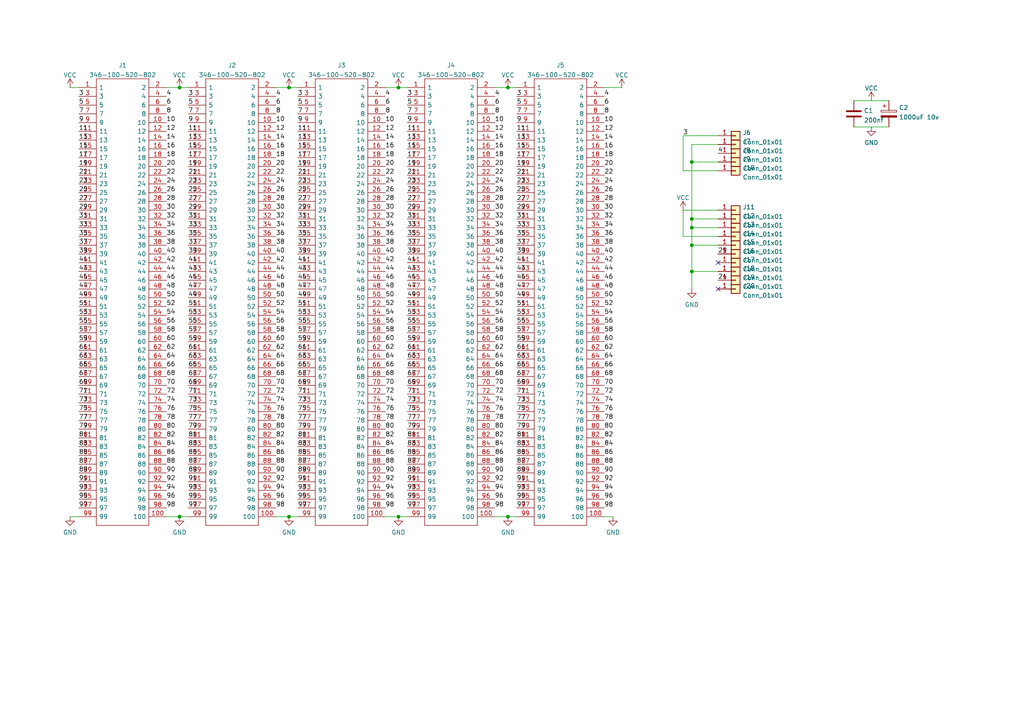
<source format=kicad_sch>
(kicad_sch (version 20211123) (generator eeschema)
  (paper "A4")
  (lib_symbols
    (symbol "Connector_Generic:Conn_01x01" (pin_names (offset 1.016) hide)
      (property "Reference" "J" (at 0 2.54 0))
      (property "Value" "Conn_01x01" (at 0 -2.54 0))
      (symbol "Conn_01x01_1_1"
        (rectangle (start -1.27 0.127) (end 0 -0.127) (stroke (width 0.1524)))
        (rectangle (start -1.27 1.27) (end 1.27 -1.27) (stroke (width 0.254)) (fill (type background)))
        (pin passive line (at -5.08 0 0) (length 3.81) (name "Pin_1") (number "1"))
      )
    )
    (symbol "Device:C" (pin_numbers hide) (pin_names (offset 0.254))
      (property "Reference" "C" (at 0.635 2.54 0))
      (property "Value" "C" (at 0.635 -2.54 0))
      (symbol "C_0_1"
        (polyline (pts (xy -2.032 -0.762) (xy 2.032 -0.762)) (stroke (width 0.508)))
        (polyline (pts (xy -2.032 0.762) (xy 2.032 0.762)) (stroke (width 0.508)))
      )
      (symbol "C_1_1"
        (pin passive line (at 0 3.81 270) (length 2.794) (name "~") (number "1"))
        (pin passive line (at 0 -3.81 90) (length 2.794) (name "~") (number "2"))
      )
    )
    (symbol "Device:C_Polarized" (pin_numbers hide) (pin_names (offset 0.254))
      (property "Reference" "C" (at 0.635 2.54 0))
      (property "Value" "C_Polarized" (at 0.635 -2.54 0))
      (symbol "C_Polarized_0_1"
        (rectangle (start -2.286 0.508) (end 2.286 1.016))
        (polyline (pts (xy -1.778 2.286) (xy -0.762 2.286)))
        (polyline (pts (xy -1.27 2.794) (xy -1.27 1.778)))
        (rectangle (start 2.286 -0.508) (end -2.286 -1.016) (fill (type outline)))
      )
      (symbol "C_Polarized_1_1"
        (pin passive line (at 0 3.81 270) (length 2.794) (name "~") (number "1"))
        (pin passive line (at 0 -3.81 90) (length 2.794) (name "~") (number "2"))
      )
    )
    (symbol "Evan's misc parts:346-100-520-802" (pin_names (offset 0.762))
      (property "Reference" "J" (at 21.59 7.62 0))
      (property "Value" "346-100-520-802" (at 21.59 5.08 0))
      (symbol "346-100-520-802_0_0"
        (pin passive line (at 0 0 0) (length 5.08) (name "1") (number "1"))
        (pin passive line (at 25.4 -10.16 180) (length 5.08) (name "10") (number "10"))
        (pin passive line (at 25.4 -124.46 180) (length 5.08) (name "100") (number "100"))
        (pin passive line (at 0 -12.7 0) (length 5.08) (name "11") (number "11"))
        (pin passive line (at 25.4 -12.7 180) (length 5.08) (name "12") (number "12"))
        (pin passive line (at 0 -15.24 0) (length 5.08) (name "13") (number "13"))
        (pin passive line (at 25.4 -15.24 180) (length 5.08) (name "14") (number "14"))
        (pin passive line (at 0 -17.78 0) (length 5.08) (name "15") (number "15"))
        (pin passive line (at 25.4 -17.78 180) (length 5.08) (name "16") (number "16"))
        (pin passive line (at 0 -20.32 0) (length 5.08) (name "17") (number "17"))
        (pin passive line (at 25.4 -20.32 180) (length 5.08) (name "18") (number "18"))
        (pin passive line (at 0 -22.86 0) (length 5.08) (name "19") (number "19"))
        (pin passive line (at 25.4 0 180) (length 5.08) (name "2") (number "2"))
        (pin passive line (at 25.4 -22.86 180) (length 5.08) (name "20") (number "20"))
        (pin passive line (at 0 -25.4 0) (length 5.08) (name "21") (number "21"))
        (pin passive line (at 25.4 -25.4 180) (length 5.08) (name "22") (number "22"))
        (pin passive line (at 0 -27.94 0) (length 5.08) (name "23") (number "23"))
        (pin passive line (at 25.4 -27.94 180) (length 5.08) (name "24") (number "24"))
        (pin passive line (at 0 -30.48 0) (length 5.08) (name "25") (number "25"))
        (pin passive line (at 25.4 -30.48 180) (length 5.08) (name "26") (number "26"))
        (pin passive line (at 0 -33.02 0) (length 5.08) (name "27") (number "27"))
        (pin passive line (at 25.4 -33.02 180) (length 5.08) (name "28") (number "28"))
        (pin passive line (at 0 -35.56 0) (length 5.08) (name "29") (number "29"))
        (pin passive line (at 0 -2.54 0) (length 5.08) (name "3") (number "3"))
        (pin passive line (at 25.4 -35.56 180) (length 5.08) (name "30") (number "30"))
        (pin passive line (at 0 -38.1 0) (length 5.08) (name "31") (number "31"))
        (pin passive line (at 25.4 -38.1 180) (length 5.08) (name "32") (number "32"))
        (pin passive line (at 0 -40.64 0) (length 5.08) (name "33") (number "33"))
        (pin passive line (at 25.4 -40.64 180) (length 5.08) (name "34") (number "34"))
        (pin passive line (at 0 -43.18 0) (length 5.08) (name "35") (number "35"))
        (pin passive line (at 25.4 -43.18 180) (length 5.08) (name "36") (number "36"))
        (pin passive line (at 0 -45.72 0) (length 5.08) (name "37") (number "37"))
        (pin passive line (at 25.4 -45.72 180) (length 5.08) (name "38") (number "38"))
        (pin passive line (at 0 -48.26 0) (length 5.08) (name "39") (number "39"))
        (pin passive line (at 25.4 -2.54 180) (length 5.08) (name "4") (number "4"))
        (pin passive line (at 25.4 -48.26 180) (length 5.08) (name "40") (number "40"))
        (pin passive line (at 0 -50.8 0) (length 5.08) (name "41") (number "41"))
        (pin passive line (at 25.4 -50.8 180) (length 5.08) (name "42") (number "42"))
        (pin passive line (at 0 -53.34 0) (length 5.08) (name "43") (number "43"))
        (pin passive line (at 25.4 -53.34 180) (length 5.08) (name "44") (number "44"))
        (pin passive line (at 0 -55.88 0) (length 5.08) (name "45") (number "45"))
        (pin passive line (at 25.4 -55.88 180) (length 5.08) (name "46") (number "46"))
        (pin passive line (at 0 -58.42 0) (length 5.08) (name "47") (number "47"))
        (pin passive line (at 25.4 -58.42 180) (length 5.08) (name "48") (number "48"))
        (pin passive line (at 0 -60.96 0) (length 5.08) (name "49") (number "49"))
        (pin passive line (at 0 -5.08 0) (length 5.08) (name "5") (number "5"))
        (pin passive line (at 25.4 -60.96 180) (length 5.08) (name "50") (number "50"))
        (pin passive line (at 0 -63.5 0) (length 5.08) (name "51") (number "51"))
        (pin passive line (at 25.4 -63.5 180) (length 5.08) (name "52") (number "52"))
        (pin passive line (at 0 -66.04 0) (length 5.08) (name "53") (number "53"))
        (pin passive line (at 25.4 -66.04 180) (length 5.08) (name "54") (number "54"))
        (pin passive line (at 0 -68.58 0) (length 5.08) (name "55") (number "55"))
        (pin passive line (at 25.4 -68.58 180) (length 5.08) (name "56") (number "56"))
        (pin passive line (at 0 -71.12 0) (length 5.08) (name "57") (number "57"))
        (pin passive line (at 25.4 -71.12 180) (length 5.08) (name "58") (number "58"))
        (pin passive line (at 0 -73.66 0) (length 5.08) (name "59") (number "59"))
        (pin passive line (at 25.4 -5.08 180) (length 5.08) (name "6") (number "6"))
        (pin passive line (at 25.4 -73.66 180) (length 5.08) (name "60") (number "60"))
        (pin passive line (at 0 -76.2 0) (length 5.08) (name "61") (number "61"))
        (pin passive line (at 25.4 -76.2 180) (length 5.08) (name "62") (number "62"))
        (pin passive line (at 0 -78.74 0) (length 5.08) (name "63") (number "63"))
        (pin passive line (at 25.4 -78.74 180) (length 5.08) (name "64") (number "64"))
        (pin passive line (at 0 -81.28 0) (length 5.08) (name "65") (number "65"))
        (pin passive line (at 25.4 -81.28 180) (length 5.08) (name "66") (number "66"))
        (pin passive line (at 0 -83.82 0) (length 5.08) (name "67") (number "67"))
        (pin passive line (at 25.4 -83.82 180) (length 5.08) (name "68") (number "68"))
        (pin passive line (at 0 -86.36 0) (length 5.08) (name "69") (number "69"))
        (pin passive line (at 0 -7.62 0) (length 5.08) (name "7") (number "7"))
        (pin passive line (at 25.4 -86.36 180) (length 5.08) (name "70") (number "70"))
        (pin passive line (at 0 -88.9 0) (length 5.08) (name "71") (number "71"))
        (pin passive line (at 25.4 -88.9 180) (length 5.08) (name "72") (number "72"))
        (pin passive line (at 0 -91.44 0) (length 5.08) (name "73") (number "73"))
        (pin passive line (at 25.4 -91.44 180) (length 5.08) (name "74") (number "74"))
        (pin passive line (at 0 -93.98 0) (length 5.08) (name "75") (number "75"))
        (pin passive line (at 25.4 -93.98 180) (length 5.08) (name "76") (number "76"))
        (pin passive line (at 0 -96.52 0) (length 5.08) (name "77") (number "77"))
        (pin passive line (at 25.4 -96.52 180) (length 5.08) (name "78") (number "78"))
        (pin passive line (at 0 -99.06 0) (length 5.08) (name "79") (number "79"))
        (pin passive line (at 25.4 -7.62 180) (length 5.08) (name "8") (number "8"))
        (pin passive line (at 25.4 -99.06 180) (length 5.08) (name "80") (number "80"))
        (pin passive line (at 0 -101.6 0) (length 5.08) (name "81") (number "81"))
        (pin passive line (at 25.4 -101.6 180) (length 5.08) (name "82") (number "82"))
        (pin passive line (at 0 -104.14 0) (length 5.08) (name "83") (number "83"))
        (pin passive line (at 25.4 -104.14 180) (length 5.08) (name "84") (number "84"))
        (pin passive line (at 0 -106.68 0) (length 5.08) (name "85") (number "85"))
        (pin passive line (at 25.4 -106.68 180) (length 5.08) (name "86") (number "86"))
        (pin passive line (at 0 -109.22 0) (length 5.08) (name "87") (number "87"))
        (pin passive line (at 25.4 -109.22 180) (length 5.08) (name "88") (number "88"))
        (pin passive line (at 0 -111.76 0) (length 5.08) (name "89") (number "89"))
        (pin passive line (at 0 -10.16 0) (length 5.08) (name "9") (number "9"))
        (pin passive line (at 25.4 -111.76 180) (length 5.08) (name "90") (number "90"))
        (pin passive line (at 0 -114.3 0) (length 5.08) (name "91") (number "91"))
        (pin passive line (at 25.4 -114.3 180) (length 5.08) (name "92") (number "92"))
        (pin passive line (at 0 -116.84 0) (length 5.08) (name "93") (number "93"))
        (pin passive line (at 25.4 -116.84 180) (length 5.08) (name "94") (number "94"))
        (pin passive line (at 0 -119.38 0) (length 5.08) (name "95") (number "95"))
        (pin passive line (at 25.4 -119.38 180) (length 5.08) (name "96") (number "96"))
        (pin passive line (at 0 -121.92 0) (length 5.08) (name "97") (number "97"))
        (pin passive line (at 25.4 -121.92 180) (length 5.08) (name "98") (number "98"))
        (pin passive line (at 0 -124.46 0) (length 5.08) (name "99") (number "99"))
      )
      (symbol "346-100-520-802_0_1"
        (polyline (pts (xy 5.08 2.54) (xy 20.32 2.54) (xy 20.32 -127) (xy 5.08 -127) (xy 5.08 2.54)) (stroke (width 0.1524)))
      )
    )
    (symbol "power:GND" (power) (pin_names (offset 0))
      (property "Value" "GND" (at 0 -3.81 0))
      (symbol "GND_0_1"
        (polyline (pts (xy 0 0) (xy 0 -1.27) (xy 1.27 -1.27) (xy 0 -2.54) (xy -1.27 -1.27) (xy 0 -1.27)))
      )
      (symbol "GND_1_1"
        (pin power_in line (at 0 0 270) (length 0) hide (name "GND") (number "1"))
      )
    )
    (symbol "power:VCC" (power) (pin_names (offset 0))
      (property "Value" "VCC" (at 0 3.81 0))
      (symbol "VCC_0_1"
        (polyline (pts (xy -0.762 1.27) (xy 0 2.54)))
        (polyline (pts (xy 0 0) (xy 0 2.54)))
        (polyline (pts (xy 0 2.54) (xy 0.762 1.27)))
      )
      (symbol "VCC_1_1"
        (pin power_in line (at 0 0 90) (length 0) hide (name "VCC") (number "1"))
      )
    )
  )
  (junction (at 147.32 149.86))
  (junction (at 200.66 78.74))
  (junction (at 200.66 46.99))
  (junction (at 200.66 63.5))
  (junction (at 200.66 71.12))
  (junction (at 200.66 66.04))
  (junction (at 52.07 25.4))
  (junction (at 115.57 25.4))
  (junction (at 52.07 149.86))
  (junction (at 83.82 149.86))
  (junction (at 83.82 25.4))
  (junction (at 115.57 149.86))
  (junction (at 147.32 25.4))
  (no_connect (at 208.28 83.82))
  (no_connect (at 208.28 76.2))
  (wire (pts (xy 247.65 36.83) (xy 257.81 36.83)))
  (wire (pts (xy 52.07 149.86) (xy 54.61 149.86)))
  (wire (pts (xy 200.66 66.04) (xy 200.66 71.12)))
  (wire (pts (xy 52.07 25.4) (xy 54.61 25.4)))
  (wire (pts (xy 200.66 78.74) (xy 208.28 78.74)))
  (wire (pts (xy 115.57 149.86) (xy 118.11 149.86)))
  (wire (pts (xy 200.66 46.99) (xy 208.28 46.99)))
  (wire (pts (xy 198.12 60.96) (xy 208.28 60.96)))
  (wire (pts (xy 175.26 149.86) (xy 177.8 149.86)))
  (wire (pts (xy 208.28 39.37) (xy 198.12 39.37)))
  (wire (pts (xy 200.66 71.12) (xy 208.28 71.12)))
  (wire (pts (xy 83.82 149.86) (xy 86.36 149.86)))
  (wire (pts (xy 20.32 149.86) (xy 22.86 149.86)))
  (wire (pts (xy 247.65 29.21) (xy 257.81 29.21)))
  (wire (pts (xy 80.01 149.86) (xy 83.82 149.86)))
  (wire (pts (xy 200.66 66.04) (xy 208.28 66.04)))
  (wire (pts (xy 111.76 25.4) (xy 115.57 25.4)))
  (wire (pts (xy 198.12 39.37) (xy 198.12 49.53)))
  (wire (pts (xy 115.57 25.4) (xy 118.11 25.4)))
  (wire (pts (xy 80.01 25.4) (xy 83.82 25.4)))
  (wire (pts (xy 147.32 149.86) (xy 149.86 149.86)))
  (wire (pts (xy 48.26 149.86) (xy 52.07 149.86)))
  (wire (pts (xy 198.12 49.53) (xy 208.28 49.53)))
  (wire (pts (xy 208.28 41.91) (xy 200.66 41.91)))
  (wire (pts (xy 20.32 25.4) (xy 22.86 25.4)))
  (wire (pts (xy 143.51 149.86) (xy 147.32 149.86)))
  (wire (pts (xy 83.82 25.4) (xy 86.36 25.4)))
  (wire (pts (xy 208.28 68.58) (xy 198.12 68.58)))
  (wire (pts (xy 111.76 149.86) (xy 115.57 149.86)))
  (wire (pts (xy 198.12 68.58) (xy 198.12 60.96)))
  (wire (pts (xy 208.28 63.5) (xy 200.66 63.5)))
  (wire (pts (xy 143.51 25.4) (xy 147.32 25.4)))
  (wire (pts (xy 200.66 46.99) (xy 200.66 63.5)))
  (wire (pts (xy 175.26 25.4) (xy 180.34 25.4)))
  (wire (pts (xy 200.66 41.91) (xy 200.66 46.99)))
  (wire (pts (xy 200.66 78.74) (xy 200.66 83.82)))
  (wire (pts (xy 200.66 63.5) (xy 200.66 66.04)))
  (wire (pts (xy 200.66 71.12) (xy 200.66 78.74)))
  (wire (pts (xy 48.26 25.4) (xy 52.07 25.4)))
  (wire (pts (xy 147.32 25.4) (xy 149.86 25.4)))
  (label "54" (at 48.26 91.44 0))
  (label "43" (at 22.86 78.74 0))
  (label "71" (at 149.86 114.3 0))
  (label "54" (at 143.51 91.44 0))
  (label "45" (at 149.86 81.28 0))
  (label "51" (at 149.86 88.9 0))
  (label "74" (at 175.26 116.84 0))
  (label "59" (at 54.61 99.06 0))
  (label "65" (at 22.86 106.68 0))
  (label "75" (at 86.36 119.38 0))
  (label "27" (at 86.36 58.42 0))
  (label "3" (at 22.86 27.94 0))
  (label "22" (at 111.76 50.8 0))
  (label "32" (at 111.76 63.5 0))
  (label "85" (at 54.61 132.08 0))
  (label "90" (at 80.01 137.16 0))
  (label "82" (at 175.26 127 0))
  (label "65" (at 86.36 106.68 0))
  (label "42" (at 143.51 76.2 0))
  (label "32" (at 80.01 63.5 0))
  (label "51" (at 54.61 88.9 0))
  (label "64" (at 143.51 104.14 0))
  (label "15" (at 149.86 43.18 0))
  (label "43" (at 149.86 78.74 0))
  (label "5" (at 118.11 30.48 0))
  (label "10" (at 111.76 35.56 0))
  (label "57" (at 86.36 96.52 0))
  (label "61" (at 22.86 101.6 0))
  (label "91" (at 54.61 139.7 0))
  (label "51" (at 86.36 88.9 0))
  (label "13" (at 54.61 40.64 0))
  (label "55" (at 22.86 93.98 0))
  (label "92" (at 80.01 139.7 0))
  (label "78" (at 143.51 121.92 0))
  (label "10" (at 175.26 35.56 0))
  (label "52" (at 48.26 88.9 0))
  (label "42" (at 111.76 76.2 0))
  (label "65" (at 54.61 106.68 0))
  (label "28" (at 80.01 58.42 0))
  (label "78" (at 48.26 121.92 0))
  (label "56" (at 111.76 93.98 0))
  (label "81" (at 54.61 127 0))
  (label "51" (at 118.11 88.9 0))
  (label "86" (at 111.76 132.08 0))
  (label "13" (at 22.86 40.64 0))
  (label "83" (at 22.86 129.54 0))
  (label "42" (at 48.26 76.2 0))
  (label "85" (at 86.36 132.08 0))
  (label "9" (at 149.86 35.56 0))
  (label "44" (at 80.01 78.74 0))
  (label "62" (at 143.51 101.6 0))
  (label "40" (at 80.01 73.66 0))
  (label "7" (at 54.61 33.02 0))
  (label "9" (at 54.61 35.56 0))
  (label "22" (at 48.26 50.8 0))
  (label "81" (at 149.86 127 0))
  (label "65" (at 118.11 106.68 0))
  (label "92" (at 48.26 139.7 0))
  (label "9" (at 118.11 35.56 0))
  (label "47" (at 149.86 83.82 0))
  (label "72" (at 143.51 114.3 0))
  (label "63" (at 149.86 104.14 0))
  (label "22" (at 175.26 50.8 0))
  (label "70" (at 175.26 111.76 0))
  (label "74" (at 143.51 116.84 0))
  (label "24" (at 111.76 53.34 0))
  (label "14" (at 48.26 40.64 0))
  (label "29" (at 86.36 60.96 0))
  (label "68" (at 48.26 109.22 0))
  (label "50" (at 143.51 86.36 0))
  (label "4" (at 208.28 44.45 0))
  (label "40" (at 175.26 73.66 0))
  (label "42" (at 80.01 76.2 0))
  (label "3" (at 54.61 27.94 0))
  (label "38" (at 175.26 71.12 0))
  (label "66" (at 175.26 106.68 0))
  (label "89" (at 86.36 137.16 0))
  (label "21" (at 22.86 50.8 0))
  (label "43" (at 86.36 78.74 0))
  (label "64" (at 175.26 104.14 0))
  (label "31" (at 86.36 63.5 0))
  (label "29" (at 208.28 73.66 0))
  (label "60" (at 143.51 99.06 0))
  (label "70" (at 111.76 111.76 0))
  (label "27" (at 22.86 58.42 0))
  (label "36" (at 175.26 68.58 0))
  (label "74" (at 48.26 116.84 0))
  (label "28" (at 175.26 58.42 0))
  (label "17" (at 86.36 45.72 0))
  (label "27" (at 54.61 58.42 0))
  (label "30" (at 48.26 60.96 0))
  (label "38" (at 48.26 71.12 0))
  (label "13" (at 86.36 40.64 0))
  (label "38" (at 143.51 71.12 0))
  (label "86" (at 143.51 132.08 0))
  (label "46" (at 48.26 81.28 0))
  (label "67" (at 22.86 109.22 0))
  (label "49" (at 118.11 86.36 0))
  (label "29" (at 22.86 60.96 0))
  (label "14" (at 143.51 40.64 0))
  (label "87" (at 118.11 134.62 0))
  (label "29" (at 118.11 60.96 0))
  (label "34" (at 175.26 66.04 0))
  (label "31" (at 22.86 63.5 0))
  (label "81" (at 118.11 127 0))
  (label "36" (at 143.51 68.58 0))
  (label "7" (at 22.86 33.02 0))
  (label "70" (at 80.01 111.76 0))
  (label "11" (at 86.36 38.1 0))
  (label "12" (at 48.26 38.1 0))
  (label "20" (at 80.01 48.26 0))
  (label "41" (at 118.11 76.2 0))
  (label "23" (at 149.86 53.34 0))
  (label "86" (at 48.26 132.08 0))
  (label "29" (at 54.61 60.96 0))
  (label "41" (at 54.61 76.2 0))
  (label "53" (at 54.61 91.44 0))
  (label "93" (at 54.61 142.24 0))
  (label "60" (at 111.76 99.06 0))
  (label "45" (at 54.61 81.28 0))
  (label "43" (at 54.61 78.74 0))
  (label "27" (at 149.86 58.42 0))
  (label "81" (at 86.36 127 0))
  (label "48" (at 175.26 83.82 0))
  (label "79" (at 54.61 124.46 0))
  (label "44" (at 111.76 78.74 0))
  (label "20" (at 143.51 48.26 0))
  (label "71" (at 86.36 114.3 0))
  (label "82" (at 48.26 127 0))
  (label "16" (at 80.01 43.18 0))
  (label "75" (at 118.11 119.38 0))
  (label "57" (at 54.61 96.52 0))
  (label "85" (at 149.86 132.08 0))
  (label "51" (at 22.86 88.9 0))
  (label "94" (at 111.76 142.24 0))
  (label "60" (at 175.26 99.06 0))
  (label "46" (at 143.51 81.28 0))
  (label "86" (at 175.26 132.08 0))
  (label "69" (at 118.11 111.76 0))
  (label "41" (at 149.86 76.2 0))
  (label "30" (at 143.51 60.96 0))
  (label "88" (at 48.26 134.62 0))
  (label "59" (at 22.86 99.06 0))
  (label "34" (at 143.51 66.04 0))
  (label "72" (at 175.26 114.3 0))
  (label "59" (at 86.36 99.06 0))
  (label "78" (at 111.76 121.92 0))
  (label "72" (at 80.01 114.3 0))
  (label "91" (at 118.11 139.7 0))
  (label "35" (at 149.86 68.58 0))
  (label "84" (at 175.26 129.54 0))
  (label "69" (at 22.86 111.76 0))
  (label "79" (at 86.36 124.46 0))
  (label "33" (at 149.86 66.04 0))
  (label "26" (at 111.76 55.88 0))
  (label "22" (at 80.01 50.8 0))
  (label "47" (at 118.11 83.82 0))
  (label "66" (at 143.51 106.68 0))
  (label "21" (at 118.11 50.8 0))
  (label "28" (at 111.76 58.42 0))
  (label "4" (at 48.26 27.94 0))
  (label "12" (at 175.26 38.1 0))
  (label "4" (at 143.51 27.94 0))
  (label "52" (at 143.51 88.9 0))
  (label "6" (at 111.76 30.48 0))
  (label "48" (at 80.01 83.82 0))
  (label "56" (at 80.01 93.98 0))
  (label "63" (at 118.11 104.14 0))
  (label "83" (at 118.11 129.54 0))
  (label "90" (at 175.26 137.16 0))
  (label "19" (at 86.36 48.26 0))
  (label "98" (at 80.01 147.32 0))
  (label "35" (at 54.61 68.58 0))
  (label "37" (at 86.36 71.12 0))
  (label "76" (at 175.26 119.38 0))
  (label "92" (at 143.51 139.7 0))
  (label "66" (at 80.01 106.68 0))
  (label "25" (at 86.36 55.88 0))
  (label "77" (at 22.86 121.92 0))
  (label "89" (at 149.86 137.16 0))
  (label "37" (at 54.61 71.12 0))
  (label "79" (at 118.11 124.46 0))
  (label "9" (at 86.36 35.56 0))
  (label "6" (at 80.01 30.48 0))
  (label "11" (at 118.11 38.1 0))
  (label "85" (at 118.11 132.08 0))
  (label "23" (at 54.61 53.34 0))
  (label "62" (at 111.76 101.6 0))
  (label "71" (at 22.86 114.3 0))
  (label "4" (at 111.76 27.94 0))
  (label "77" (at 54.61 121.92 0))
  (label "66" (at 111.76 106.68 0))
  (label "35" (at 22.86 68.58 0))
  (label "83" (at 54.61 129.54 0))
  (label "37" (at 118.11 71.12 0))
  (label "49" (at 22.86 86.36 0))
  (label "44" (at 175.26 78.74 0))
  (label "19" (at 22.86 48.26 0))
  (label "63" (at 86.36 104.14 0))
  (label "8" (at 143.51 33.02 0))
  (label "70" (at 48.26 111.76 0))
  (label "68" (at 111.76 109.22 0))
  (label "74" (at 111.76 116.84 0))
  (label "49" (at 149.86 86.36 0))
  (label "82" (at 111.76 127 0))
  (label "21" (at 149.86 50.8 0))
  (label "85" (at 22.86 132.08 0))
  (label "24" (at 48.26 53.34 0))
  (label "25" (at 54.61 55.88 0))
  (label "35" (at 86.36 68.58 0))
  (label "42" (at 175.26 76.2 0))
  (label "48" (at 48.26 83.82 0))
  (label "62" (at 175.26 101.6 0))
  (label "79" (at 22.86 124.46 0))
  (label "23" (at 22.86 53.34 0))
  (label "46" (at 175.26 81.28 0))
  (label "47" (at 86.36 83.82 0))
  (label "16" (at 48.26 43.18 0))
  (label "15" (at 118.11 43.18 0))
  (label "18" (at 175.26 45.72 0))
  (label "50" (at 111.76 86.36 0))
  (label "41" (at 22.86 76.2 0))
  (label "91" (at 86.36 139.7 0))
  (label "20" (at 175.26 48.26 0))
  (label "75" (at 22.86 119.38 0))
  (label "48" (at 111.76 83.82 0))
  (label "31" (at 54.61 63.5 0))
  (label "15" (at 86.36 43.18 0))
  (label "61" (at 54.61 101.6 0))
  (label "69" (at 54.61 111.76 0))
  (label "67" (at 118.11 109.22 0))
  (label "15" (at 22.86 43.18 0))
  (label "39" (at 54.61 73.66 0))
  (label "38" (at 111.76 71.12 0))
  (label "63" (at 54.61 104.14 0))
  (label "90" (at 48.26 137.16 0))
  (label "93" (at 22.86 142.24 0))
  (label "68" (at 80.01 109.22 0))
  (label "4" (at 80.01 27.94 0))
  (label "32" (at 175.26 63.5 0))
  (label "73" (at 22.86 116.84 0))
  (label "84" (at 80.01 129.54 0))
  (label "75" (at 149.86 119.38 0))
  (label "4" (at 175.26 27.94 0))
  (label "76" (at 48.26 119.38 0))
  (label "84" (at 111.76 129.54 0))
  (label "36" (at 80.01 68.58 0))
  (label "49" (at 86.36 86.36 0))
  (label "77" (at 86.36 121.92 0))
  (label "55" (at 118.11 93.98 0))
  (label "50" (at 175.26 86.36 0))
  (label "8" (at 80.01 33.02 0))
  (label "19" (at 118.11 48.26 0))
  (label "95" (at 86.36 144.78 0))
  (label "45" (at 22.86 81.28 0))
  (label "24" (at 208.28 81.28 0))
  (label "30" (at 111.76 60.96 0))
  (label "60" (at 48.26 99.06 0))
  (label "6" (at 143.51 30.48 0))
  (label "52" (at 111.76 88.9 0))
  (label "82" (at 143.51 127 0))
  (label "61" (at 86.36 101.6 0))
  (label "7" (at 118.11 33.02 0))
  (label "48" (at 143.51 83.82 0))
  (label "7" (at 149.86 33.02 0))
  (label "71" (at 54.61 114.3 0))
  (label "53" (at 22.86 91.44 0))
  (label "47" (at 22.86 83.82 0))
  (label "94" (at 80.01 142.24 0))
  (label "87" (at 86.36 134.62 0))
  (label "55" (at 86.36 93.98 0))
  (label "96" (at 80.01 144.78 0))
  (label "45" (at 118.11 81.28 0))
  (label "63" (at 22.86 104.14 0))
  (label "28" (at 48.26 58.42 0))
  (label "53" (at 118.11 91.44 0))
  (label "25" (at 22.86 55.88 0))
  (label "82" (at 80.01 127 0))
  (label "76" (at 111.76 119.38 0))
  (label "97" (at 86.36 147.32 0))
  (label "92" (at 111.76 139.7 0))
  (label "5" (at 149.86 30.48 0))
  (label "46" (at 80.01 81.28 0))
  (label "68" (at 143.51 109.22 0))
  (label "57" (at 118.11 96.52 0))
  (label "80" (at 80.01 124.46 0))
  (label "73" (at 149.86 116.84 0))
  (label "31" (at 118.11 63.5 0))
  (label "26" (at 80.01 55.88 0))
  (label "29" (at 149.86 60.96 0))
  (label "67" (at 54.61 109.22 0))
  (label "75" (at 54.61 119.38 0))
  (label "26" (at 48.26 55.88 0))
  (label "39" (at 118.11 73.66 0))
  (label "18" (at 111.76 45.72 0))
  (label "5" (at 22.86 30.48 0))
  (label "47" (at 54.61 83.82 0))
  (label "80" (at 111.76 124.46 0))
  (label "80" (at 175.26 124.46 0))
  (label "33" (at 86.36 66.04 0))
  (label "56" (at 175.26 93.98 0))
  (label "96" (at 143.51 144.78 0))
  (label "92" (at 175.26 139.7 0))
  (label "34" (at 80.01 66.04 0))
  (label "90" (at 111.76 137.16 0))
  (label "79" (at 149.86 124.46 0))
  (label "95" (at 149.86 144.78 0))
  (label "16" (at 111.76 43.18 0))
  (label "25" (at 149.86 55.88 0))
  (label "23" (at 118.11 53.34 0))
  (label "15" (at 54.61 43.18 0))
  (label "30" (at 80.01 60.96 0))
  (label "8" (at 48.26 33.02 0))
  (label "88" (at 80.01 134.62 0))
  (label "28" (at 143.51 58.42 0))
  (label "3" (at 86.36 27.94 0))
  (label "88" (at 111.76 134.62 0))
  (label "18" (at 48.26 45.72 0))
  (label "89" (at 118.11 137.16 0))
  (label "39" (at 22.86 73.66 0))
  (label "13" (at 149.86 40.64 0))
  (label "67" (at 149.86 109.22 0))
  (label "58" (at 143.51 96.52 0))
  (label "69" (at 86.36 111.76 0))
  (label "11" (at 54.61 38.1 0))
  (label "12" (at 143.51 38.1 0))
  (label "60" (at 80.01 99.06 0))
  (label "53" (at 86.36 91.44 0))
  (label "39" (at 149.86 73.66 0))
  (label "10" (at 143.51 35.56 0))
  (label "45" (at 86.36 81.28 0))
  (label "97" (at 149.86 147.32 0))
  (label "17" (at 54.61 45.72 0))
  (label "98" (at 111.76 147.32 0))
  (label "94" (at 48.26 142.24 0))
  (label "44" (at 143.51 78.74 0))
  (label "14" (at 175.26 40.64 0))
  (label "76" (at 143.51 119.38 0))
  (label "40" (at 48.26 73.66 0))
  (label "6" (at 48.26 30.48 0))
  (label "81" (at 22.86 127 0))
  (label "7" (at 86.36 33.02 0))
  (label "73" (at 118.11 116.84 0))
  (label "83" (at 86.36 129.54 0))
  (label "84" (at 143.51 129.54 0))
  (label "41" (at 86.36 76.2 0))
  (label "93" (at 118.11 142.24 0))
  (label "87" (at 54.61 134.62 0))
  (label "58" (at 48.26 96.52 0))
  (label "95" (at 118.11 144.78 0))
  (label "21" (at 86.36 50.8 0))
  (label "97" (at 54.61 147.32 0))
  (label "40" (at 143.51 73.66 0))
  (label "50" (at 80.01 86.36 0))
  (label "37" (at 22.86 71.12 0))
  (label "33" (at 118.11 66.04 0))
  (label "32" (at 48.26 63.5 0))
  (label "61" (at 118.11 101.6 0))
  (label "71" (at 118.11 114.3 0))
  (label "26" (at 175.26 55.88 0))
  (label "89" (at 54.61 137.16 0))
  (label "65" (at 149.86 106.68 0))
  (label "86" (at 80.01 132.08 0))
  (label "3" (at 149.86 27.94 0))
  (label "70" (at 143.51 111.76 0))
  (label "52" (at 80.01 88.9 0))
  (label "24" (at 143.51 53.34 0))
  (label "98" (at 48.26 147.32 0))
  (label "30" (at 175.26 60.96 0))
  (label "5" (at 86.36 30.48 0))
  (label "97" (at 22.86 147.32 0))
  (label "23" (at 86.36 53.34 0))
  (label "8" (at 111.76 33.02 0))
  (label "58" (at 80.01 96.52 0))
  (label "84" (at 48.26 129.54 0))
  (label "72" (at 48.26 114.3 0))
  (label "62" (at 48.26 101.6 0))
  (label "46" (at 111.76 81.28 0))
  (label "13" (at 118.11 40.64 0))
  (label "87" (at 149.86 134.62 0))
  (label "3" (at 198.12 39.37 0))
  (label "50" (at 48.26 86.36 0))
  (label "64" (at 80.01 104.14 0))
  (label "55" (at 54.61 93.98 0))
  (label "57" (at 22.86 96.52 0))
  (label "16" (at 175.26 43.18 0))
  (label "32" (at 143.51 63.5 0))
  (label "27" (at 118.11 58.42 0))
  (label "24" (at 80.01 53.34 0))
  (label "49" (at 54.61 86.36 0))
  (label "64" (at 111.76 104.14 0))
  (label "69" (at 149.86 111.76 0))
  (label "54" (at 175.26 91.44 0))
  (label "80" (at 143.51 124.46 0))
  (label "54" (at 111.76 91.44 0))
  (label "34" (at 111.76 66.04 0))
  (label "22" (at 143.51 50.8 0))
  (label "73" (at 54.61 116.84 0))
  (label "18" (at 143.51 45.72 0))
  (label "90" (at 143.51 137.16 0))
  (label "38" (at 80.01 71.12 0))
  (label "67" (at 86.36 109.22 0))
  (label "52" (at 175.26 88.9 0))
  (label "93" (at 86.36 142.24 0))
  (label "17" (at 118.11 45.72 0))
  (label "83" (at 149.86 129.54 0))
  (label "96" (at 175.26 144.78 0))
  (label "40" (at 111.76 73.66 0))
  (label "6" (at 175.26 30.48 0))
  (label "57" (at 149.86 96.52 0))
  (label "62" (at 80.01 101.6 0))
  (label "68" (at 175.26 109.22 0))
  (label "19" (at 149.86 48.26 0))
  (label "14" (at 80.01 40.64 0))
  (label "66" (at 48.26 106.68 0))
  (label "9" (at 22.86 35.56 0))
  (label "54" (at 80.01 91.44 0))
  (label "94" (at 143.51 142.24 0))
  (label "56" (at 48.26 93.98 0))
  (label "20" (at 48.26 48.26 0))
  (label "76" (at 80.01 119.38 0))
  (label "77" (at 118.11 121.92 0))
  (label "59" (at 149.86 99.06 0))
  (label "89" (at 22.86 137.16 0))
  (label "98" (at 143.51 147.32 0))
  (label "19" (at 54.61 48.26 0))
  (label "61" (at 149.86 101.6 0))
  (label "17" (at 22.86 45.72 0))
  (label "33" (at 54.61 66.04 0))
  (label "26" (at 143.51 55.88 0))
  (label "36" (at 111.76 68.58 0))
  (label "73" (at 86.36 116.84 0))
  (label "55" (at 149.86 93.98 0))
  (label "59" (at 118.11 99.06 0))
  (label "37" (at 149.86 71.12 0))
  (label "91" (at 149.86 139.7 0))
  (label "95" (at 22.86 144.78 0))
  (label "78" (at 80.01 121.92 0))
  (label "98" (at 175.26 147.32 0))
  (label "39" (at 86.36 73.66 0))
  (label "88" (at 143.51 134.62 0))
  (label "53" (at 149.86 91.44 0))
  (label "25" (at 118.11 55.88 0))
  (label "44" (at 48.26 78.74 0))
  (label "43" (at 118.11 78.74 0))
  (label "11" (at 22.86 38.1 0))
  (label "91" (at 22.86 139.7 0))
  (label "31" (at 149.86 63.5 0))
  (label "56" (at 143.51 93.98 0))
  (label "21" (at 54.61 50.8 0))
  (label "12" (at 111.76 38.1 0))
  (label "80" (at 48.26 124.46 0))
  (label "58" (at 175.26 96.52 0))
  (label "5" (at 54.61 30.48 0))
  (label "88" (at 175.26 134.62 0))
  (label "74" (at 80.01 116.84 0))
  (label "24" (at 175.26 53.34 0))
  (label "8" (at 175.26 33.02 0))
  (label "93" (at 149.86 142.24 0))
  (label "14" (at 111.76 40.64 0))
  (label "3" (at 118.11 27.94 0))
  (label "10" (at 80.01 35.56 0))
  (label "16" (at 143.51 43.18 0))
  (label "58" (at 111.76 96.52 0))
  (label "12" (at 80.01 38.1 0))
  (label "33" (at 22.86 66.04 0))
  (label "78" (at 175.26 121.92 0))
  (label "94" (at 175.26 142.24 0))
  (label "96" (at 48.26 144.78 0))
  (label "95" (at 54.61 144.78 0))
  (label "36" (at 48.26 68.58 0))
  (label "77" (at 149.86 121.92 0))
  (label "34" (at 48.26 66.04 0))
  (label "10" (at 48.26 35.56 0))
  (label "11" (at 149.86 38.1 0))
  (label "35" (at 118.11 68.58 0))
  (label "64" (at 48.26 104.14 0))
  (label "17" (at 149.86 45.72 0))
  (label "97" (at 118.11 147.32 0))
  (label "96" (at 111.76 144.78 0))
  (label "20" (at 111.76 48.26 0))
  (label "18" (at 80.01 45.72 0))
  (label "87" (at 22.86 134.62 0))
  (label "72" (at 111.76 114.3 0))
  (symbol (lib_id "power:VCC") (at 198.12 60.96 0) (unit 1)
    (property "Reference" "#PWR0104" (effects hide))
    (property "Value" "VCC" (at 198.12 57.3555 0))
  )
  (symbol (lib_id "Connector_Generic:Conn_01x01") (at 213.36 76.2 0) (unit 1)
    (property "Reference" "J17" (at 215.392 75.2915 0) (effects (justify left)))
    (property "Value" "Conn_01x01" (at 215.392 78.0666 0) (effects (justify left)))
    (property "Footprint" "Connector_PinHeader_2.54mm:PinHeader_1x01_P2.54mm_Vertical" (effects hide))
  )
  (symbol (lib_id "Connector_Generic:Conn_01x01") (at 213.36 44.45 0) (unit 1)
    (property "Reference" "J8" (at 215.392 43.5415 0) (effects (justify left)))
    (property "Value" "Conn_01x01" (at 215.392 46.3166 0) (effects (justify left)))
    (property "Footprint" "Connector_PinHeader_2.54mm:PinHeader_1x01_P2.54mm_Vertical" (effects hide))
  )
  (symbol (lib_id "power:GND") (at 52.07 149.86 0) (unit 1)
    (property "Reference" "#PWR0110" (effects hide))
    (property "Value" "GND" (at 52.07 154.4225 0))
  )
  (symbol (lib_id "Device:C_Polarized") (at 257.81 33.02 0) (unit 1)
    (property "Reference" "C2" (at 260.731 31.2225 0) (effects (justify left)))
    (property "Value" "1000uF 10v" (at 260.731 33.9976 0) (effects (justify left)))
    (property "Footprint" "Capacitor_THT:CP_Axial_L46.0mm_D20.0mm_P52.00mm_Horizontal" (effects hide))
  )
  (symbol (lib_id "Connector_Generic:Conn_01x01") (at 213.36 46.99 0) (unit 1)
    (property "Reference" "J9" (at 215.392 46.0815 0) (effects (justify left)))
    (property "Value" "Conn_01x01" (at 215.392 48.8566 0) (effects (justify left)))
    (property "Footprint" "Connector_PinHeader_2.54mm:PinHeader_1x01_P2.54mm_Vertical" (effects hide))
  )
  (symbol (lib_id "Evan's misc parts:346-100-520-802") (at 118.11 25.4 0) (unit 1)
    (property "Reference" "J4" (at 130.81 18.9443 0))
    (property "Value" "346-100-520-802" (at 130.81 21.7194 0))
    (property "Footprint" "Evan's misc parts:346100520802" (effects hide))
    (property "Datasheet" "https://componentsearchengine.com/Datasheets/1/346-100-520-802.pdf" (effects hide))
    (property "Description" "346 Series (.125\" (3.18mm) contact spacing) Card Edge Connector with 100 P.C Tail type contacts. The tails are .025\"Sq\\' (0.64mm Sq\\') and .175\" (4.45mm) long in a Double Row formation. The Insulator is Green in color and has .170\" (4.32mm) Offset Mounting Lugs" (effects hide))
    (property "Height" "15.24" (effects hide))
    (property "Mouser Part Number" "587-346-100-520-802" (effects hide))
    (property "Mouser Price/Stock" "https://www.mouser.com/Search/Refine.aspx?Keyword=587-346-100-520-802" (effects hide))
    (property "Manufacturer_Name" "EDAC" (effects hide))
    (property "Manufacturer_Part_Number" "346-100-520-802" (effects hide))
  )
  (symbol (lib_id "Connector_Generic:Conn_01x01") (at 213.36 81.28 0) (unit 1)
    (property "Reference" "J19" (at 215.392 80.3715 0) (effects (justify left)))
    (property "Value" "Conn_01x01" (at 215.392 83.1466 0) (effects (justify left)))
    (property "Footprint" "Connector_PinHeader_2.54mm:PinHeader_1x01_P2.54mm_Vertical" (effects hide))
  )
  (symbol (lib_id "Connector_Generic:Conn_01x01") (at 213.36 41.91 0) (unit 1)
    (property "Reference" "J7" (at 215.392 41.0015 0) (effects (justify left)))
    (property "Value" "Conn_01x01" (at 215.392 43.7766 0) (effects (justify left)))
    (property "Footprint" "Connector_PinHeader_2.54mm:PinHeader_1x01_P2.54mm_Vertical" (effects hide))
  )
  (symbol (lib_id "power:GND") (at 83.82 149.86 0) (unit 1)
    (property "Reference" "#PWR0114" (effects hide))
    (property "Value" "GND" (at 83.82 154.4225 0))
  )
  (symbol (lib_id "Evan's misc parts:346-100-520-802") (at 86.36 25.4 0) (unit 1)
    (property "Reference" "J3" (at 99.06 18.9443 0))
    (property "Value" "346-100-520-802" (at 99.06 21.7194 0))
    (property "Footprint" "Evan's misc parts:346100520802" (effects hide))
    (property "Datasheet" "https://componentsearchengine.com/Datasheets/1/346-100-520-802.pdf" (effects hide))
    (property "Description" "346 Series (.125\" (3.18mm) contact spacing) Card Edge Connector with 100 P.C Tail type contacts. The tails are .025\"Sq\\' (0.64mm Sq\\') and .175\" (4.45mm) long in a Double Row formation. The Insulator is Green in color and has .170\" (4.32mm) Offset Mounting Lugs" (effects hide))
    (property "Height" "15.24" (effects hide))
    (property "Mouser Part Number" "587-346-100-520-802" (effects hide))
    (property "Mouser Price/Stock" "https://www.mouser.com/Search/Refine.aspx?Keyword=587-346-100-520-802" (effects hide))
    (property "Manufacturer_Name" "EDAC" (effects hide))
    (property "Manufacturer_Part_Number" "346-100-520-802" (effects hide))
  )
  (symbol (lib_id "power:GND") (at 115.57 149.86 0) (unit 1)
    (property "Reference" "#PWR0115" (effects hide))
    (property "Value" "GND" (at 115.57 154.4225 0))
  )
  (symbol (lib_id "Connector_Generic:Conn_01x01") (at 213.36 60.96 0) (unit 1)
    (property "Reference" "J11" (at 215.392 60.0515 0) (effects (justify left)))
    (property "Value" "Conn_01x01" (at 215.392 62.8266 0) (effects (justify left)))
    (property "Footprint" "Connector_PinHeader_2.54mm:PinHeader_1x01_P2.54mm_Vertical" (effects hide))
  )
  (symbol (lib_id "Evan's misc parts:346-100-520-802") (at 54.61 25.4 0) (unit 1)
    (property "Reference" "J2" (at 67.31 18.9443 0))
    (property "Value" "346-100-520-802" (at 67.31 21.7194 0))
    (property "Footprint" "Evan's misc parts:346100520802" (effects hide))
    (property "Datasheet" "https://componentsearchengine.com/Datasheets/1/346-100-520-802.pdf" (effects hide))
    (property "Description" "346 Series (.125\" (3.18mm) contact spacing) Card Edge Connector with 100 P.C Tail type contacts. The tails are .025\"Sq\\' (0.64mm Sq\\') and .175\" (4.45mm) long in a Double Row formation. The Insulator is Green in color and has .170\" (4.32mm) Offset Mounting Lugs" (effects hide))
    (property "Height" "15.24" (effects hide))
    (property "Mouser Part Number" "587-346-100-520-802" (effects hide))
    (property "Mouser Price/Stock" "https://www.mouser.com/Search/Refine.aspx?Keyword=587-346-100-520-802" (effects hide))
    (property "Manufacturer_Name" "EDAC" (effects hide))
    (property "Manufacturer_Part_Number" "346-100-520-802" (effects hide))
  )
  (symbol (lib_id "power:VCC") (at 252.73 29.21 0) (unit 1)
    (property "Reference" "#PWR0103" (effects hide))
    (property "Value" "VCC" (at 252.73 25.6055 0))
  )
  (symbol (lib_id "Connector_Generic:Conn_01x01") (at 213.36 49.53 0) (unit 1)
    (property "Reference" "J10" (at 215.392 48.6215 0) (effects (justify left)))
    (property "Value" "Conn_01x01" (at 215.392 51.3966 0) (effects (justify left)))
    (property "Footprint" "Connector_PinHeader_2.54mm:PinHeader_1x01_P2.54mm_Vertical" (effects hide))
  )
  (symbol (lib_id "Evan's misc parts:346-100-520-802") (at 22.86 25.4 0) (unit 1)
    (property "Reference" "J1" (at 35.56 18.9443 0))
    (property "Value" "346-100-520-802" (at 35.56 21.7194 0))
    (property "Footprint" "Evan's misc parts:346100520802" (effects hide))
    (property "Datasheet" "https://componentsearchengine.com/Datasheets/1/346-100-520-802.pdf" (effects hide))
    (property "Description" "346 Series (.125\" (3.18mm) contact spacing) Card Edge Connector with 100 P.C Tail type contacts. The tails are .025\"Sq\\' (0.64mm Sq\\') and .175\" (4.45mm) long in a Double Row formation. The Insulator is Green in color and has .170\" (4.32mm) Offset Mounting Lugs" (effects hide))
    (property "Height" "15.24" (effects hide))
    (property "Mouser Part Number" "587-346-100-520-802" (effects hide))
    (property "Mouser Price/Stock" "https://www.mouser.com/Search/Refine.aspx?Keyword=587-346-100-520-802" (effects hide))
    (property "Manufacturer_Name" "EDAC" (effects hide))
    (property "Manufacturer_Part_Number" "346-100-520-802" (effects hide))
  )
  (symbol (lib_id "power:GND") (at 200.66 83.82 0) (unit 1)
    (property "Reference" "#PWR0101" (effects hide))
    (property "Value" "GND" (at 200.66 88.3825 0))
  )
  (symbol (lib_id "Connector_Generic:Conn_01x01") (at 213.36 68.58 0) (unit 1)
    (property "Reference" "J14" (at 215.392 67.6715 0) (effects (justify left)))
    (property "Value" "Conn_01x01" (at 215.392 70.4466 0) (effects (justify left)))
    (property "Footprint" "Connector_PinHeader_2.54mm:PinHeader_1x01_P2.54mm_Vertical" (effects hide))
  )
  (symbol (lib_id "power:VCC") (at 147.32 25.4 0) (unit 1)
    (property "Reference" "#PWR0108" (effects hide))
    (property "Value" "VCC" (at 147.32 21.7955 0))
  )
  (symbol (lib_id "power:VCC") (at 115.57 25.4 0) (unit 1)
    (property "Reference" "#PWR0109" (effects hide))
    (property "Value" "VCC" (at 115.57 21.7955 0))
  )
  (symbol (lib_id "Connector_Generic:Conn_01x01") (at 213.36 83.82 0) (unit 1)
    (property "Reference" "J20" (at 215.392 82.9115 0) (effects (justify left)))
    (property "Value" "Conn_01x01" (at 215.392 85.6866 0) (effects (justify left)))
    (property "Footprint" "Connector_PinHeader_2.54mm:PinHeader_1x01_P2.54mm_Vertical" (effects hide))
  )
  (symbol (lib_id "Connector_Generic:Conn_01x01") (at 213.36 39.37 0) (unit 1)
    (property "Reference" "J6" (at 215.392 38.4615 0) (effects (justify left)))
    (property "Value" "Conn_01x01" (at 215.392 41.2366 0) (effects (justify left)))
    (property "Footprint" "Connector_PinHeader_2.54mm:PinHeader_1x01_P2.54mm_Vertical" (effects hide))
  )
  (symbol (lib_id "power:GND") (at 177.8 149.86 0) (unit 1)
    (property "Reference" "#PWR0107" (effects hide))
    (property "Value" "GND" (at 177.8 154.4225 0))
  )
  (symbol (lib_id "Connector_Generic:Conn_01x01") (at 213.36 78.74 0) (unit 1)
    (property "Reference" "J18" (at 215.392 77.8315 0) (effects (justify left)))
    (property "Value" "Conn_01x01" (at 215.392 80.6066 0) (effects (justify left)))
    (property "Footprint" "Connector_PinHeader_2.54mm:PinHeader_1x01_P2.54mm_Vertical" (effects hide))
  )
  (symbol (lib_id "Evan's misc parts:346-100-520-802") (at 149.86 25.4 0) (unit 1)
    (property "Reference" "J5" (at 162.56 18.9443 0))
    (property "Value" "346-100-520-802" (at 162.56 21.7194 0))
    (property "Footprint" "Evan's misc parts:346100520802" (effects hide))
    (property "Datasheet" "https://componentsearchengine.com/Datasheets/1/346-100-520-802.pdf" (effects hide))
    (property "Description" "346 Series (.125\" (3.18mm) contact spacing) Card Edge Connector with 100 P.C Tail type contacts. The tails are .025\"Sq\\' (0.64mm Sq\\') and .175\" (4.45mm) long in a Double Row formation. The Insulator is Green in color and has .170\" (4.32mm) Offset Mounting Lugs" (effects hide))
    (property "Height" "15.24" (effects hide))
    (property "Mouser Part Number" "587-346-100-520-802" (effects hide))
    (property "Mouser Price/Stock" "https://www.mouser.com/Search/Refine.aspx?Keyword=587-346-100-520-802" (effects hide))
    (property "Manufacturer_Name" "EDAC" (effects hide))
    (property "Manufacturer_Part_Number" "346-100-520-802" (effects hide))
  )
  (symbol (lib_id "power:GND") (at 252.73 36.83 0) (unit 1)
    (property "Reference" "#PWR0102" (effects hide))
    (property "Value" "GND" (at 252.73 41.3925 0))
  )
  (symbol (lib_id "Device:C") (at 247.65 33.02 0) (unit 1)
    (property "Reference" "C1" (at 250.571 32.1115 0) (effects (justify left)))
    (property "Value" "200nf" (at 250.571 34.8866 0) (effects (justify left)))
    (property "Footprint" "Capacitor_THT:CP_Axial_L46.0mm_D20.0mm_P52.00mm_Horizontal" (effects hide))
  )
  (symbol (lib_id "Connector_Generic:Conn_01x01") (at 213.36 63.5 0) (unit 1)
    (property "Reference" "J12" (at 215.392 62.5915 0) (effects (justify left)))
    (property "Value" "Conn_01x01" (at 215.392 65.3666 0) (effects (justify left)))
    (property "Footprint" "Connector_PinHeader_2.54mm:PinHeader_1x01_P2.54mm_Vertical" (effects hide))
  )
  (symbol (lib_id "power:GND") (at 20.32 149.86 0) (unit 1)
    (property "Reference" "#PWR0111" (effects hide))
    (property "Value" "GND" (at 20.32 154.4225 0))
  )
  (symbol (lib_id "power:VCC") (at 52.07 25.4 0) (unit 1)
    (property "Reference" "#PWR0113" (effects hide))
    (property "Value" "VCC" (at 52.07 21.7955 0))
  )
  (symbol (lib_id "Connector_Generic:Conn_01x01") (at 213.36 71.12 0) (unit 1)
    (property "Reference" "J15" (at 215.392 70.2115 0) (effects (justify left)))
    (property "Value" "Conn_01x01" (at 215.392 72.9866 0) (effects (justify left)))
    (property "Footprint" "Connector_PinHeader_2.54mm:PinHeader_1x01_P2.54mm_Vertical" (effects hide))
  )
  (symbol (lib_id "power:VCC") (at 83.82 25.4 0) (unit 1)
    (property "Reference" "#PWR0112" (effects hide))
    (property "Value" "VCC" (at 83.82 21.7955 0))
  )
  (symbol (lib_id "Connector_Generic:Conn_01x01") (at 213.36 73.66 0) (unit 1)
    (property "Reference" "J16" (at 215.392 72.7515 0) (effects (justify left)))
    (property "Value" "Conn_01x01" (at 215.392 75.5266 0) (effects (justify left)))
    (property "Footprint" "Connector_PinHeader_2.54mm:PinHeader_1x01_P2.54mm_Vertical" (effects hide))
  )
  (symbol (lib_id "power:GND") (at 147.32 149.86 0) (unit 1)
    (property "Reference" "#PWR0106" (effects hide))
    (property "Value" "GND" (at 147.32 154.4225 0))
  )
  (symbol (lib_id "power:VCC") (at 180.34 25.4 0) (unit 1)
    (property "Reference" "#PWR0105" (effects hide))
    (property "Value" "VCC" (at 180.34 21.7955 0))
  )
  (symbol (lib_id "Connector_Generic:Conn_01x01") (at 213.36 66.04 0) (unit 1)
    (property "Reference" "J13" (at 215.392 65.1315 0) (effects (justify left)))
    (property "Value" "Conn_01x01" (at 215.392 67.9066 0) (effects (justify left)))
    (property "Footprint" "Connector_PinHeader_2.54mm:PinHeader_1x01_P2.54mm_Vertical" (effects hide))
  )
  (symbol (lib_id "power:VCC") (at 20.32 25.4 0) (unit 1)
    (property "Reference" "#PWR0116" (effects hide))
    (property "Value" "VCC" (at 20.32 21.7955 0))
  )
)
</source>
